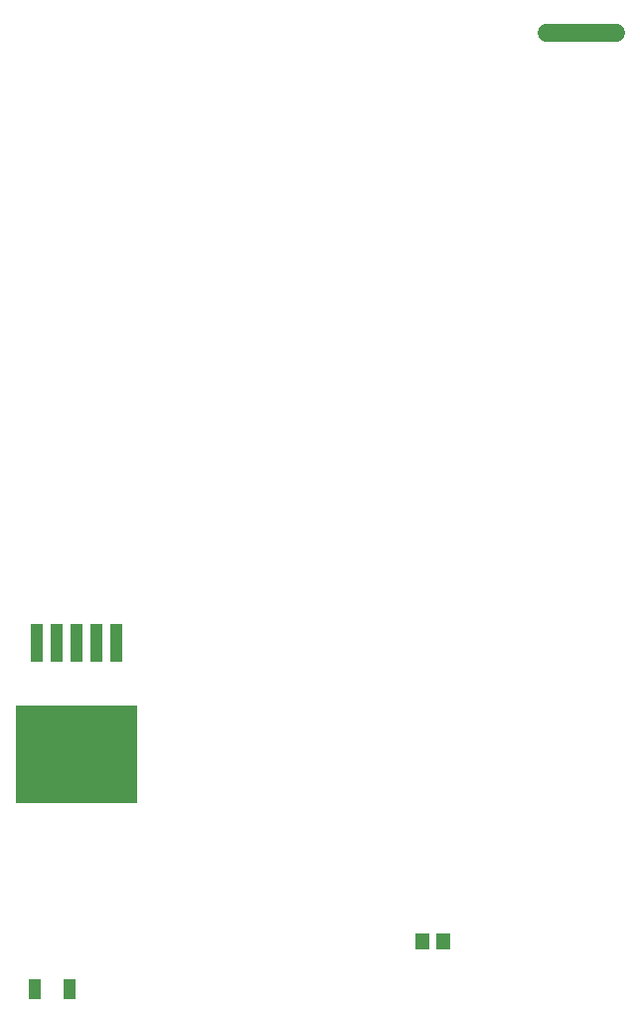
<source format=gbp>
G04*
G04 #@! TF.GenerationSoftware,Altium Limited,Altium Designer,18.1.9 (240)*
G04*
G04 Layer_Color=128*
%FSLAX25Y25*%
%MOIN*%
G70*
G01*
G75*
%ADD26R,0.04567X0.05787*%
%ADD27R,0.04449X0.07087*%
%ADD72C,0.06000*%
%ADD96R,0.04134X0.12598*%
%ADD97R,0.41142X0.32677*%
D26*
X147455Y110700D02*
D03*
X154345D02*
D03*
D27*
X29132Y94900D02*
D03*
X17400D02*
D03*
D72*
X189200Y415191D02*
X212509D01*
D96*
X18114Y210705D02*
D03*
X24807D02*
D03*
X31500D02*
D03*
X38193D02*
D03*
X44886D02*
D03*
D97*
X31500Y173500D02*
D03*
M02*

</source>
